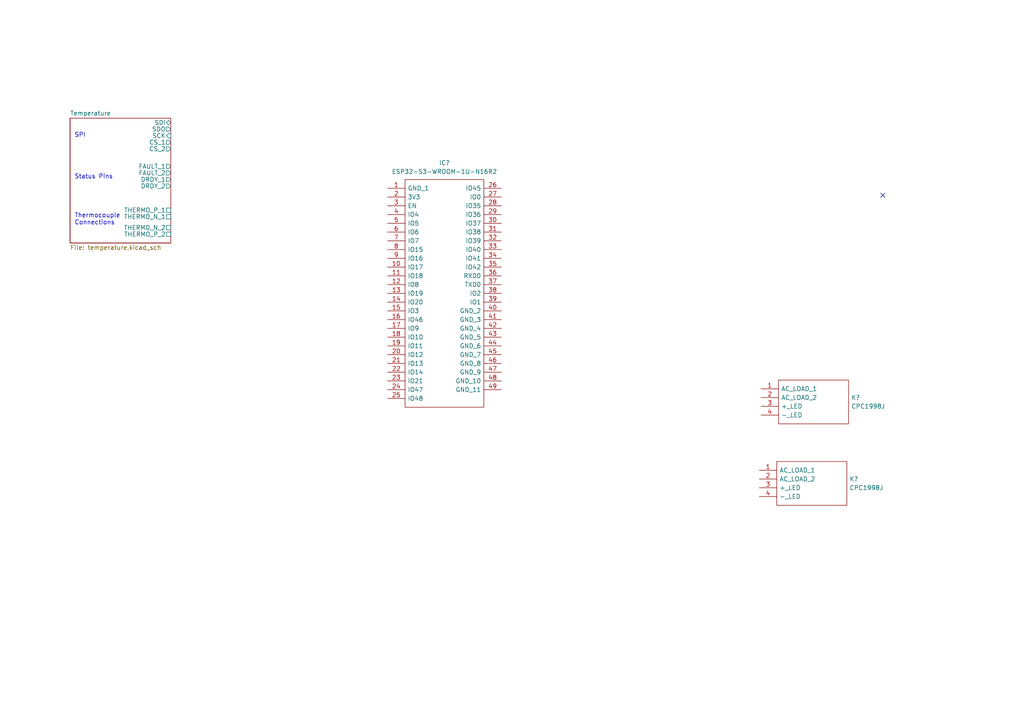
<source format=kicad_sch>
(kicad_sch (version 20211123) (generator eeschema)
  (paper "A4")
  (lib_symbols
    (symbol "CPC1998J:CPC1998J" (pin_names (offset 0.762))
      (property "Reference" "K" (at 26.67 7.62 0))
      (property "Value" "CPC1998J" (at 26.67 5.08 0))
      (symbol "CPC1998J_0_0"
        (pin passive line (at 0 0 0) (length 5.08) (name "AC_LOAD_1") (number "1"))
        (pin passive line (at 0 -2.54 0) (length 5.08) (name "AC_LOAD_2") (number "2"))
        (pin passive line (at 0 -5.08 0) (length 5.08) (name "+_LED") (number "3"))
        (pin passive line (at 0 -7.62 0) (length 5.08) (name "-_LED") (number "4"))
      )
      (symbol "CPC1998J_0_1"
        (polyline (pts (xy 5.08 2.54) (xy 25.4 2.54) (xy 25.4 -10.16) (xy 5.08 -10.16) (xy 5.08 2.54)) (stroke (width 0.1524)))
      )
    )
    (symbol "ESP32-S3-WROOM-1U-N16R2:ESP32-S3-WROOM-1U-N16R2" (pin_names (offset 0.762))
      (property "Reference" "IC" (at 29.21 7.62 0))
      (property "Value" "ESP32-S3-WROOM-1U-N16R2" (at 29.21 5.08 0))
      (symbol "ESP32-S3-WROOM-1U-N16R2_0_0"
        (pin passive line (at 0 0 0) (length 5.08) (name "GND_1") (number "1"))
        (pin passive line (at 0 -22.86 0) (length 5.08) (name "IO17") (number "10"))
        (pin passive line (at 0 -25.4 0) (length 5.08) (name "IO18") (number "11"))
        (pin passive line (at 0 -27.94 0) (length 5.08) (name "IO8") (number "12"))
        (pin passive line (at 0 -30.48 0) (length 5.08) (name "IO19") (number "13"))
        (pin passive line (at 0 -33.02 0) (length 5.08) (name "IO20") (number "14"))
        (pin passive line (at 0 -35.56 0) (length 5.08) (name "IO3") (number "15"))
        (pin passive line (at 0 -38.1 0) (length 5.08) (name "IO46") (number "16"))
        (pin passive line (at 0 -40.64 0) (length 5.08) (name "IO9") (number "17"))
        (pin passive line (at 0 -43.18 0) (length 5.08) (name "IO10") (number "18"))
        (pin passive line (at 0 -45.72 0) (length 5.08) (name "IO11") (number "19"))
        (pin passive line (at 0 -2.54 0) (length 5.08) (name "3V3") (number "2"))
        (pin passive line (at 0 -48.26 0) (length 5.08) (name "IO12") (number "20"))
        (pin passive line (at 0 -50.8 0) (length 5.08) (name "IO13") (number "21"))
        (pin passive line (at 0 -53.34 0) (length 5.08) (name "IO14") (number "22"))
        (pin passive line (at 0 -55.88 0) (length 5.08) (name "IO21") (number "23"))
        (pin passive line (at 0 -58.42 0) (length 5.08) (name "IO47") (number "24"))
        (pin passive line (at 0 -60.96 0) (length 5.08) (name "IO48") (number "25"))
        (pin passive line (at 33.02 0 180) (length 5.08) (name "IO45") (number "26"))
        (pin passive line (at 33.02 -2.54 180) (length 5.08) (name "IO0") (number "27"))
        (pin passive line (at 33.02 -5.08 180) (length 5.08) (name "IO35") (number "28"))
        (pin passive line (at 33.02 -7.62 180) (length 5.08) (name "IO36") (number "29"))
        (pin passive line (at 0 -5.08 0) (length 5.08) (name "EN") (number "3"))
        (pin passive line (at 33.02 -10.16 180) (length 5.08) (name "IO37") (number "30"))
        (pin passive line (at 33.02 -12.7 180) (length 5.08) (name "IO38") (number "31"))
        (pin passive line (at 33.02 -15.24 180) (length 5.08) (name "IO39") (number "32"))
        (pin passive line (at 33.02 -17.78 180) (length 5.08) (name "IO40") (number "33"))
        (pin passive line (at 33.02 -20.32 180) (length 5.08) (name "IO41") (number "34"))
        (pin passive line (at 33.02 -22.86 180) (length 5.08) (name "IO42") (number "35"))
        (pin passive line (at 33.02 -25.4 180) (length 5.08) (name "RXD0") (number "36"))
        (pin passive line (at 33.02 -27.94 180) (length 5.08) (name "TXD0") (number "37"))
        (pin passive line (at 33.02 -30.48 180) (length 5.08) (name "IO2") (number "38"))
        (pin passive line (at 33.02 -33.02 180) (length 5.08) (name "IO1") (number "39"))
        (pin passive line (at 0 -7.62 0) (length 5.08) (name "IO4") (number "4"))
        (pin passive line (at 33.02 -35.56 180) (length 5.08) (name "GND_2") (number "40"))
        (pin passive line (at 33.02 -38.1 180) (length 5.08) (name "GND_3") (number "41"))
        (pin passive line (at 33.02 -40.64 180) (length 5.08) (name "GND_4") (number "42"))
        (pin passive line (at 33.02 -43.18 180) (length 5.08) (name "GND_5") (number "43"))
        (pin passive line (at 33.02 -45.72 180) (length 5.08) (name "GND_6") (number "44"))
        (pin passive line (at 33.02 -48.26 180) (length 5.08) (name "GND_7") (number "45"))
        (pin passive line (at 33.02 -50.8 180) (length 5.08) (name "GND_8") (number "46"))
        (pin passive line (at 33.02 -53.34 180) (length 5.08) (name "GND_9") (number "47"))
        (pin passive line (at 33.02 -55.88 180) (length 5.08) (name "GND_10") (number "48"))
        (pin passive line (at 33.02 -58.42 180) (length 5.08) (name "GND_11") (number "49"))
        (pin passive line (at 0 -10.16 0) (length 5.08) (name "IO5") (number "5"))
        (pin passive line (at 0 -12.7 0) (length 5.08) (name "IO6") (number "6"))
        (pin passive line (at 0 -15.24 0) (length 5.08) (name "IO7") (number "7"))
        (pin passive line (at 0 -17.78 0) (length 5.08) (name "IO15") (number "8"))
        (pin passive line (at 0 -20.32 0) (length 5.08) (name "IO16") (number "9"))
      )
      (symbol "ESP32-S3-WROOM-1U-N16R2_0_1"
        (polyline (pts (xy 5.08 2.54) (xy 27.94 2.54) (xy 27.94 -63.5) (xy 5.08 -63.5) (xy 5.08 2.54)) (stroke (width 0.1524)))
      )
    )
  )
  (no_connect (at 256.032 56.642))
  (text "SPI" (at 21.59 40.005 0) (effects (font (size 1.27 1.27)) (justify left bottom)))
  (text "Thermocouple \nConnections" (at 21.59 65.405 0) (effects (font (size 1.27 1.27)) (justify left bottom)))
  (text "Status Pins\n" (at 21.59 52.07 0) (effects (font (size 1.27 1.27)) (justify left bottom)))
  (symbol (lib_id "CPC1998J:CPC1998J") (at 220.726 112.776 0) (unit 1)
    (property "Reference" "K?" (at 246.888 115.3159 0) (effects (justify left)))
    (property "Value" "CPC1998J" (at 246.888 117.8559 0) (effects (justify left)))
    (property "Footprint" "CPC1998J" (effects hide))
    (property "Datasheet" "https://www.ixysic.com/home/pdfs.nsf/www/CPC1998J.pdf/$file/CPC1998J.pdf" (effects hide))
    (property "Description" "Solid State Relays - PCB Mount SP AC Solid State Power Switch" (effects hide))
    (property "Height" "23.876" (effects hide))
    (property "Mouser Part Number" "849-CPC1998J" (effects hide))
    (property "Mouser Price/Stock" "https://www.mouser.co.uk/ProductDetail/IXYS-Integrated-Circuits/CPC1998J?qs=MxzUEhdSHRY7LQM%252B%2FT7QOw%3D%3D" (effects hide))
    (property "Manufacturer_Name" "LITTELFUSE" (effects hide))
    (property "Manufacturer_Part_Number" "CPC1998J" (effects hide))
  )
  (symbol (lib_id "ESP32-S3-WROOM-1U-N16R2:ESP32-S3-WROOM-1U-N16R2") (at 112.395 54.61 0) (unit 1)
    (property "Reference" "IC?" (at 128.905 47.244 0))
    (property "Value" "ESP32-S3-WROOM-1U-N16R2" (at 128.905 49.784 0))
    (property "Footprint" "ESP32S3WROOM1UN16R2" (effects hide))
    (property "Datasheet" "https://www.espressif.com/sites/default/files/documentation/esp32-s3-wroom-1_wroom-1u_datasheet_en.pdf" (effects hide))
    (property "Description" "WiFi Modules - 802.11 [Engineering Samples] SMD Module, ESP32-S3R2, 2 MB PSRAM Die, 16 MB SPI Flash, IPEX Antenna Connector." (effects hide))
    (property "Height" "3.35" (effects hide))
    (property "Manufacturer_Name" "Espressif Systems" (effects hide))
    (property "Manufacturer_Part_Number" "ESP32-S3-WROOM-1U-N16R2" (effects hide))
    (property "Mouser Part Number" "356-ESP32S3WM1UN16R2" (effects hide))
    (property "Mouser Price/Stock" "https://www.mouser.co.uk/ProductDetail/Espressif-Systems/ESP32-S3-WROOM-1U-N16R2?qs=Li%252BoUPsLEntVNO2wkikhdA%3D%3D" (effects hide))
  )
  (symbol (lib_id "CPC1998J:CPC1998J") (at 220.218 136.398 0) (unit 1)
    (property "Reference" "K?" (at 246.38 138.9379 0) (effects (justify left)))
    (property "Value" "CPC1998J" (at 246.38 141.4779 0) (effects (justify left)))
    (property "Footprint" "CPC1998J" (effects hide))
    (property "Datasheet" "https://www.ixysic.com/home/pdfs.nsf/www/CPC1998J.pdf/$file/CPC1998J.pdf" (effects hide))
    (property "Description" "Solid State Relays - PCB Mount SP AC Solid State Power Switch" (effects hide))
    (property "Height" "23.876" (effects hide))
    (property "Mouser Part Number" "849-CPC1998J" (effects hide))
    (property "Mouser Price/Stock" "https://www.mouser.co.uk/ProductDetail/IXYS-Integrated-Circuits/CPC1998J?qs=MxzUEhdSHRY7LQM%252B%2FT7QOw%3D%3D" (effects hide))
    (property "Manufacturer_Name" "LITTELFUSE" (effects hide))
    (property "Manufacturer_Part_Number" "CPC1998J" (effects hide))
  )
  (sheet (at 20.32 34.29) (size 29.21 36.195) (stroke (width 0.1524))
    (property "Sheet name" "Temperature" (at 20.32 33.5784 0) (effects (justify left bottom)))
    (property "Sheet file" "temperature.kicad_sch" (at 20.32 71.0696 0) (effects (justify left top)))
    (pin "SDI" bidirectional (at 49.53 35.56 0))
    (pin "SDO" output (at 49.53 37.465 0))
    (pin "SCK" input (at 49.53 39.37 0))
    (pin "CS_1" output (at 49.53 41.275 0))
    (pin "THERMO_N_2" passive (at 49.53 66.04 0))
    (pin "THERMO_P_2" passive (at 49.53 67.945 0))
    (pin "FAULT_1" output (at 49.53 48.26 0))
    (pin "DRDY_2" output (at 49.53 53.975 0))
    (pin "DRDY_1" output (at 49.53 52.07 0))
    (pin "FAULT_2" output (at 49.53 50.165 0))
    (pin "CS_2" output (at 49.53 43.18 0))
    (pin "THERMO_N_1" passive (at 49.53 62.865 0))
    (pin "THERMO_P_1" passive (at 49.53 60.96 0))
  )
)
</source>
